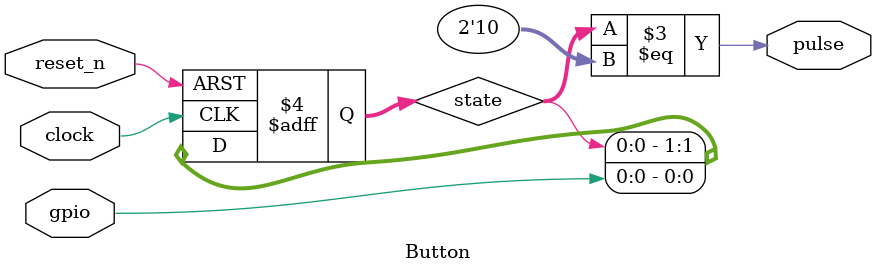
<source format=v>
module Button
(
    input clock,
    input reset_n,
    input gpio,
    output pulse
);

    localparam LOW = 2'b00, POSEDGE = 2'b01, HIGH = 2'b11, NEGEDGE = 2'b10;
    reg [1:0] state;

    always @(posedge clock or negedge reset_n)
        if (!reset_n)
            state <= HIGH;
        else 
            state <= { state[0], gpio };

    assign pulse = state == NEGEDGE;

endmodule

</source>
